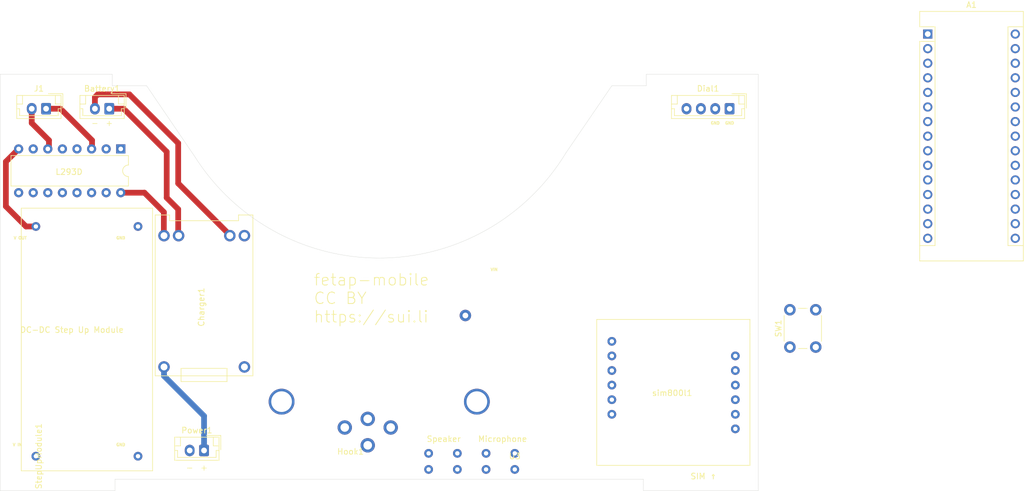
<source format=kicad_pcb>
(kicad_pcb (version 20171130) (host pcbnew "(5.1.10)-1")

  (general
    (thickness 1.6)
    (drawings 36)
    (tracks 30)
    (zones 0)
    (modules 12)
    (nets 43)
  )

  (page A4)
  (layers
    (0 F.Cu signal)
    (31 B.Cu signal)
    (32 B.Adhes user)
    (33 F.Adhes user)
    (34 B.Paste user)
    (35 F.Paste user)
    (36 B.SilkS user)
    (37 F.SilkS user)
    (38 B.Mask user)
    (39 F.Mask user)
    (40 Dwgs.User user hide)
    (41 Cmts.User user)
    (42 Eco1.User user)
    (43 Eco2.User user)
    (44 Edge.Cuts user)
    (45 Margin user)
    (46 B.CrtYd user)
    (47 F.CrtYd user)
    (48 B.Fab user)
    (49 F.Fab user)
  )

  (setup
    (last_trace_width 1)
    (user_trace_width 1)
    (user_trace_width 2)
    (trace_clearance 0.2)
    (zone_clearance 0.508)
    (zone_45_only no)
    (trace_min 0.2)
    (via_size 0.8)
    (via_drill 0.4)
    (via_min_size 0.4)
    (via_min_drill 0.3)
    (uvia_size 0.3)
    (uvia_drill 0.1)
    (uvias_allowed no)
    (uvia_min_size 0.2)
    (uvia_min_drill 0.1)
    (edge_width 0.05)
    (segment_width 0.2)
    (pcb_text_width 0.3)
    (pcb_text_size 1.5 1.5)
    (mod_edge_width 0.12)
    (mod_text_size 1 1)
    (mod_text_width 0.15)
    (pad_size 1.524 1.524)
    (pad_drill 0.762)
    (pad_to_mask_clearance 0)
    (aux_axis_origin 0 0)
    (visible_elements 7FFFFFFF)
    (pcbplotparams
      (layerselection 0x010fc_ffffffff)
      (usegerberextensions false)
      (usegerberattributes true)
      (usegerberadvancedattributes true)
      (creategerberjobfile true)
      (excludeedgelayer true)
      (linewidth 0.100000)
      (plotframeref false)
      (viasonmask false)
      (mode 1)
      (useauxorigin false)
      (hpglpennumber 1)
      (hpglpenspeed 20)
      (hpglpendiameter 15.000000)
      (psnegative false)
      (psa4output false)
      (plotreference true)
      (plotvalue true)
      (plotinvisibletext false)
      (padsonsilk false)
      (subtractmaskfromsilk false)
      (outputformat 1)
      (mirror false)
      (drillshape 0)
      (scaleselection 1)
      (outputdirectory "../pcb-gerber/"))
  )

  (net 0 "")
  (net 1 "Net-(U2-Pad15)")
  (net 2 "Net-(U2-Pad14)")
  (net 3 "Net-(U2-Pad11)")
  (net 4 "Net-(U2-Pad10)")
  (net 5 "Net-(A1-Pad30)")
  (net 6 "Net-(A1-Pad28)")
  (net 7 "Net-(A1-Pad12)")
  (net 8 "Net-(A1-Pad11)")
  (net 9 "Net-(A1-Pad26)")
  (net 10 "Net-(A1-Pad10)")
  (net 11 "Net-(A1-Pad25)")
  (net 12 "Net-(A1-Pad9)")
  (net 13 "Net-(A1-Pad24)")
  (net 14 "Net-(A1-Pad8)")
  (net 15 "Net-(A1-Pad23)")
  (net 16 "Net-(A1-Pad7)")
  (net 17 "Net-(A1-Pad22)")
  (net 18 "Net-(A1-Pad6)")
  (net 19 "Net-(A1-Pad21)")
  (net 20 "Net-(A1-Pad5)")
  (net 21 "Net-(A1-Pad20)")
  (net 22 "Net-(A1-Pad19)")
  (net 23 "Net-(A1-Pad3)")
  (net 24 "Net-(A1-Pad2)")
  (net 25 "Net-(A1-Pad1)")
  (net 26 GND)
  (net 27 +5V)
  (net 28 "Net-(J1-Pad2)")
  (net 29 "Net-(J1-Pad1)")
  (net 30 "Net-(SW1-Pad2)")
  (net 31 "Net-(Battery1-Pad2)")
  (net 32 "Net-(Battery1-Pad1)")
  (net 33 "Net-(Charger1-Pad1)")
  (net 34 "Net-(Hook1-Pad2)")
  (net 35 "Net-(U3-Pad1)")
  (net 36 "Net-(U3-Pad2)")
  (net 37 "Net-(U3-Pad3)")
  (net 38 "Net-(U3-Pad4)")
  (net 39 "Net-(sim800l1-Pad1)")
  (net 40 "Net-(StepUpModule1-Pad3)")
  (net 41 "Net-(U2-Pad1)")
  (net 42 "Net-(sim800l1-Pad5)")

  (net_class Default "This is the default net class."
    (clearance 0.2)
    (trace_width 0.25)
    (via_dia 0.8)
    (via_drill 0.4)
    (uvia_dia 0.3)
    (uvia_drill 0.1)
    (add_net +5V)
    (add_net GND)
    (add_net "Net-(A1-Pad1)")
    (add_net "Net-(A1-Pad10)")
    (add_net "Net-(A1-Pad11)")
    (add_net "Net-(A1-Pad12)")
    (add_net "Net-(A1-Pad19)")
    (add_net "Net-(A1-Pad2)")
    (add_net "Net-(A1-Pad20)")
    (add_net "Net-(A1-Pad21)")
    (add_net "Net-(A1-Pad22)")
    (add_net "Net-(A1-Pad23)")
    (add_net "Net-(A1-Pad24)")
    (add_net "Net-(A1-Pad25)")
    (add_net "Net-(A1-Pad26)")
    (add_net "Net-(A1-Pad28)")
    (add_net "Net-(A1-Pad3)")
    (add_net "Net-(A1-Pad30)")
    (add_net "Net-(A1-Pad5)")
    (add_net "Net-(A1-Pad6)")
    (add_net "Net-(A1-Pad7)")
    (add_net "Net-(A1-Pad8)")
    (add_net "Net-(A1-Pad9)")
    (add_net "Net-(Battery1-Pad1)")
    (add_net "Net-(Battery1-Pad2)")
    (add_net "Net-(Charger1-Pad1)")
    (add_net "Net-(Hook1-Pad2)")
    (add_net "Net-(J1-Pad1)")
    (add_net "Net-(J1-Pad2)")
    (add_net "Net-(SW1-Pad2)")
    (add_net "Net-(StepUpModule1-Pad3)")
    (add_net "Net-(U2-Pad1)")
    (add_net "Net-(U2-Pad10)")
    (add_net "Net-(U2-Pad11)")
    (add_net "Net-(U2-Pad14)")
    (add_net "Net-(U2-Pad15)")
    (add_net "Net-(U3-Pad1)")
    (add_net "Net-(U3-Pad2)")
    (add_net "Net-(U3-Pad3)")
    (add_net "Net-(U3-Pad4)")
    (add_net "Net-(sim800l1-Pad1)")
    (add_net "Net-(sim800l1-Pad5)")
  )

  (module Module:Arduino_Nano (layer F.Cu) (tedit 58ACAF70) (tstamp 60B1D1A8)
    (at 181.5 33)
    (descr "Arduino Nano, http://www.mouser.com/pdfdocs/Gravitech_Arduino_Nano3_0.pdf")
    (tags "Arduino Nano")
    (path /60B294D4)
    (fp_text reference A1 (at 7.62 -5.08) (layer F.SilkS)
      (effects (font (size 1 1) (thickness 0.15)))
    )
    (fp_text value Arduino_Pro (at 8.89 19.05 90) (layer F.Fab)
      (effects (font (size 1 1) (thickness 0.15)))
    )
    (fp_text user %R (at 6.35 19.05 90) (layer F.Fab)
      (effects (font (size 1 1) (thickness 0.15)))
    )
    (fp_line (start 1.27 1.27) (end 1.27 -1.27) (layer F.SilkS) (width 0.12))
    (fp_line (start 1.27 -1.27) (end -1.4 -1.27) (layer F.SilkS) (width 0.12))
    (fp_line (start -1.4 1.27) (end -1.4 39.5) (layer F.SilkS) (width 0.12))
    (fp_line (start -1.4 -3.94) (end -1.4 -1.27) (layer F.SilkS) (width 0.12))
    (fp_line (start 13.97 -1.27) (end 16.64 -1.27) (layer F.SilkS) (width 0.12))
    (fp_line (start 13.97 -1.27) (end 13.97 36.83) (layer F.SilkS) (width 0.12))
    (fp_line (start 13.97 36.83) (end 16.64 36.83) (layer F.SilkS) (width 0.12))
    (fp_line (start 1.27 1.27) (end -1.4 1.27) (layer F.SilkS) (width 0.12))
    (fp_line (start 1.27 1.27) (end 1.27 36.83) (layer F.SilkS) (width 0.12))
    (fp_line (start 1.27 36.83) (end -1.4 36.83) (layer F.SilkS) (width 0.12))
    (fp_line (start 3.81 31.75) (end 11.43 31.75) (layer F.Fab) (width 0.1))
    (fp_line (start 11.43 31.75) (end 11.43 41.91) (layer F.Fab) (width 0.1))
    (fp_line (start 11.43 41.91) (end 3.81 41.91) (layer F.Fab) (width 0.1))
    (fp_line (start 3.81 41.91) (end 3.81 31.75) (layer F.Fab) (width 0.1))
    (fp_line (start -1.4 39.5) (end 16.64 39.5) (layer F.SilkS) (width 0.12))
    (fp_line (start 16.64 39.5) (end 16.64 -3.94) (layer F.SilkS) (width 0.12))
    (fp_line (start 16.64 -3.94) (end -1.4 -3.94) (layer F.SilkS) (width 0.12))
    (fp_line (start 16.51 39.37) (end -1.27 39.37) (layer F.Fab) (width 0.1))
    (fp_line (start -1.27 39.37) (end -1.27 -2.54) (layer F.Fab) (width 0.1))
    (fp_line (start -1.27 -2.54) (end 0 -3.81) (layer F.Fab) (width 0.1))
    (fp_line (start 0 -3.81) (end 16.51 -3.81) (layer F.Fab) (width 0.1))
    (fp_line (start 16.51 -3.81) (end 16.51 39.37) (layer F.Fab) (width 0.1))
    (fp_line (start -1.53 -4.06) (end 16.75 -4.06) (layer F.CrtYd) (width 0.05))
    (fp_line (start -1.53 -4.06) (end -1.53 42.16) (layer F.CrtYd) (width 0.05))
    (fp_line (start 16.75 42.16) (end 16.75 -4.06) (layer F.CrtYd) (width 0.05))
    (fp_line (start 16.75 42.16) (end -1.53 42.16) (layer F.CrtYd) (width 0.05))
    (pad 16 thru_hole oval (at 15.24 35.56) (size 1.6 1.6) (drill 1) (layers *.Cu *.Mask))
    (pad 15 thru_hole oval (at 0 35.56) (size 1.6 1.6) (drill 1) (layers *.Cu *.Mask))
    (pad 30 thru_hole oval (at 15.24 0) (size 1.6 1.6) (drill 1) (layers *.Cu *.Mask)
      (net 5 "Net-(A1-Pad30)"))
    (pad 14 thru_hole oval (at 0 33.02) (size 1.6 1.6) (drill 1) (layers *.Cu *.Mask))
    (pad 29 thru_hole oval (at 15.24 2.54) (size 1.6 1.6) (drill 1) (layers *.Cu *.Mask)
      (net 26 GND))
    (pad 13 thru_hole oval (at 0 30.48) (size 1.6 1.6) (drill 1) (layers *.Cu *.Mask))
    (pad 28 thru_hole oval (at 15.24 5.08) (size 1.6 1.6) (drill 1) (layers *.Cu *.Mask)
      (net 6 "Net-(A1-Pad28)"))
    (pad 12 thru_hole oval (at 0 27.94) (size 1.6 1.6) (drill 1) (layers *.Cu *.Mask)
      (net 7 "Net-(A1-Pad12)"))
    (pad 27 thru_hole oval (at 15.24 7.62) (size 1.6 1.6) (drill 1) (layers *.Cu *.Mask)
      (net 27 +5V))
    (pad 11 thru_hole oval (at 0 25.4) (size 1.6 1.6) (drill 1) (layers *.Cu *.Mask)
      (net 8 "Net-(A1-Pad11)"))
    (pad 26 thru_hole oval (at 15.24 10.16) (size 1.6 1.6) (drill 1) (layers *.Cu *.Mask)
      (net 9 "Net-(A1-Pad26)"))
    (pad 10 thru_hole oval (at 0 22.86) (size 1.6 1.6) (drill 1) (layers *.Cu *.Mask)
      (net 10 "Net-(A1-Pad10)"))
    (pad 25 thru_hole oval (at 15.24 12.7) (size 1.6 1.6) (drill 1) (layers *.Cu *.Mask)
      (net 11 "Net-(A1-Pad25)"))
    (pad 9 thru_hole oval (at 0 20.32) (size 1.6 1.6) (drill 1) (layers *.Cu *.Mask)
      (net 12 "Net-(A1-Pad9)"))
    (pad 24 thru_hole oval (at 15.24 15.24) (size 1.6 1.6) (drill 1) (layers *.Cu *.Mask)
      (net 13 "Net-(A1-Pad24)"))
    (pad 8 thru_hole oval (at 0 17.78) (size 1.6 1.6) (drill 1) (layers *.Cu *.Mask)
      (net 14 "Net-(A1-Pad8)"))
    (pad 23 thru_hole oval (at 15.24 17.78) (size 1.6 1.6) (drill 1) (layers *.Cu *.Mask)
      (net 15 "Net-(A1-Pad23)"))
    (pad 7 thru_hole oval (at 0 15.24) (size 1.6 1.6) (drill 1) (layers *.Cu *.Mask)
      (net 16 "Net-(A1-Pad7)"))
    (pad 22 thru_hole oval (at 15.24 20.32) (size 1.6 1.6) (drill 1) (layers *.Cu *.Mask)
      (net 17 "Net-(A1-Pad22)"))
    (pad 6 thru_hole oval (at 0 12.7) (size 1.6 1.6) (drill 1) (layers *.Cu *.Mask)
      (net 18 "Net-(A1-Pad6)"))
    (pad 21 thru_hole oval (at 15.24 22.86) (size 1.6 1.6) (drill 1) (layers *.Cu *.Mask)
      (net 19 "Net-(A1-Pad21)"))
    (pad 5 thru_hole oval (at 0 10.16) (size 1.6 1.6) (drill 1) (layers *.Cu *.Mask)
      (net 20 "Net-(A1-Pad5)"))
    (pad 20 thru_hole oval (at 15.24 25.4) (size 1.6 1.6) (drill 1) (layers *.Cu *.Mask)
      (net 21 "Net-(A1-Pad20)"))
    (pad 4 thru_hole oval (at 0 7.62) (size 1.6 1.6) (drill 1) (layers *.Cu *.Mask)
      (net 26 GND))
    (pad 19 thru_hole oval (at 15.24 27.94) (size 1.6 1.6) (drill 1) (layers *.Cu *.Mask)
      (net 22 "Net-(A1-Pad19)"))
    (pad 3 thru_hole oval (at 0 5.08) (size 1.6 1.6) (drill 1) (layers *.Cu *.Mask)
      (net 23 "Net-(A1-Pad3)"))
    (pad 18 thru_hole oval (at 15.24 30.48) (size 1.6 1.6) (drill 1) (layers *.Cu *.Mask))
    (pad 2 thru_hole oval (at 0 2.54) (size 1.6 1.6) (drill 1) (layers *.Cu *.Mask)
      (net 24 "Net-(A1-Pad2)"))
    (pad 17 thru_hole oval (at 15.24 33.02) (size 1.6 1.6) (drill 1) (layers *.Cu *.Mask))
    (pad 1 thru_hole rect (at 0 0) (size 1.6 1.6) (drill 1) (layers *.Cu *.Mask)
      (net 25 "Net-(A1-Pad1)"))
    (model ${KISYS3DMOD}/Module.3dshapes/Arduino_Nano_WithMountingHoles.wrl
      (at (xyz 0 0 0))
      (scale (xyz 1 1 1))
      (rotate (xyz 0 0 0))
    )
  )

  (module suat:cradleswitch (layer F.Cu) (tedit 60B16C14) (tstamp 609DA9ED)
    (at 84 104.7)
    (path /609E49A5)
    (fp_text reference Hook1 (at -3 1) (layer F.SilkS)
      (effects (font (size 1 1) (thickness 0.15)))
    )
    (fp_text value "hook switch" (at 0.5 2) (layer F.Fab)
      (effects (font (size 1 1) (thickness 0.15)))
    )
    (pad 4 thru_hole circle (at -4 -3.2) (size 2.5 2.5) (drill 1.5) (layers *.Cu *.Mask))
    (pad 3 thru_hole circle (at 0 -4.7) (size 2.5 2.5) (drill 1.5) (layers *.Cu *.Mask)
      (net 13 "Net-(A1-Pad24)"))
    (pad 2 thru_hole circle (at 4 -3.2) (size 2.5 2.5) (drill 1.5) (layers *.Cu *.Mask)
      (net 34 "Net-(Hook1-Pad2)"))
    (pad 1 thru_hole circle (at 0 -0.1) (size 2.5 2.5) (drill 1.5) (layers *.Cu *.Mask)
      (net 15 "Net-(A1-Pad23)"))
  )

  (module suat:suat (layer F.Cu) (tedit 609D544F) (tstamp 609DB2FC)
    (at 109.6 106)
    (path /609DDBC5)
    (fp_text reference U3 (at 0 0.5) (layer F.SilkS)
      (effects (font (size 1 1) (thickness 0.15)))
    )
    (fp_text value hoerer (at -6.6 -2.5) (layer F.Fab)
      (effects (font (size 1 1) (thickness 0.15)))
    )
    (fp_text user 1 (at 0 5) (layer Dwgs.User)
      (effects (font (size 1 1) (thickness 0.15)))
    )
    (fp_text user 2 (at -5 5) (layer Dwgs.User)
      (effects (font (size 1 1) (thickness 0.15)))
    )
    (fp_text user 3 (at -10 5) (layer Dwgs.User)
      (effects (font (size 1 1) (thickness 0.15)))
    )
    (fp_text user 4 (at -15 5) (layer Dwgs.User)
      (effects (font (size 1 1) (thickness 0.15)))
    )
    (pad 1 thru_hole circle (at 0 0) (size 1.524 1.524) (drill 0.762) (layers *.Cu *.Mask)
      (net 35 "Net-(U3-Pad1)"))
    (pad 2 thru_hole circle (at -5 0) (size 1.524 1.524) (drill 0.762) (layers *.Cu *.Mask)
      (net 36 "Net-(U3-Pad2)"))
    (pad 3 thru_hole circle (at -10 0) (size 1.524 1.524) (drill 0.762) (layers *.Cu *.Mask)
      (net 37 "Net-(U3-Pad3)"))
    (pad 4 thru_hole circle (at -15 0) (size 1.524 1.524) (drill 0.762) (layers *.Cu *.Mask)
      (net 38 "Net-(U3-Pad4)"))
    (pad 5 thru_hole circle (at 0 2.8) (size 1.524 1.524) (drill 0.762) (layers *.Cu *.Mask))
    (pad 6 thru_hole circle (at -5 2.8) (size 1.524 1.524) (drill 0.762) (layers *.Cu *.Mask))
    (pad 7 thru_hole circle (at -10 2.8) (size 1.524 1.524) (drill 0.762) (layers *.Cu *.Mask))
    (pad 8 thru_hole circle (at -15 2.8) (size 1.524 1.524) (drill 0.762) (layers *.Cu *.Mask))
  )

  (module suat:stepup (layer F.Cu) (tedit 609D5E1E) (tstamp 609DFE75)
    (at 44 106.5 90)
    (path /609F086B)
    (fp_text reference StepUpModule1 (at 0 -17.28 90) (layer F.SilkS)
      (effects (font (size 1 1) (thickness 0.15)))
    )
    (fp_text value stepup (at 0 -18.28 90) (layer F.Fab)
      (effects (font (size 1 1) (thickness 0.15)))
    )
    (fp_line (start -2.54 2.54) (end -2.54 -20.32) (layer F.SilkS) (width 0.12))
    (fp_line (start -2.54 -20.32) (end 43.18 -20.32) (layer F.SilkS) (width 0.12))
    (fp_line (start 43.18 -20.32) (end 43.18 2.54) (layer F.SilkS) (width 0.12))
    (fp_line (start 43.18 2.54) (end -2.54 2.54) (layer F.SilkS) (width 0.12))
    (pad 4 thru_hole circle (at 40 0 90) (size 1.524 1.524) (drill 0.762) (layers *.Cu *.Mask)
      (net 26 GND))
    (pad 3 thru_hole circle (at 40 -17.78 90) (size 1.524 1.524) (drill 0.762) (layers *.Cu *.Mask)
      (net 40 "Net-(StepUpModule1-Pad3)"))
    (pad 2 thru_hole circle (at 0 0 90) (size 1.524 1.524) (drill 0.762) (layers *.Cu *.Mask)
      (net 26 GND))
    (pad 1 thru_hole circle (at 0 -17.78 90) (size 1.524 1.524) (drill 0.762) (layers *.Cu *.Mask)
      (net 27 +5V))
  )

  (module Button_Switch_THT:SW_PUSH_6mm (layer F.Cu) (tedit 5A02FE31) (tstamp 609E537D)
    (at 157.5 87.5 90)
    (descr https://www.omron.com/ecb/products/pdf/en-b3f.pdf)
    (tags "tact sw push 6mm")
    (path /60A6FA41)
    (fp_text reference SW1 (at 3.25 -2 90) (layer F.SilkS)
      (effects (font (size 1 1) (thickness 0.15)))
    )
    (fp_text value SW_Push (at 3.75 6.7 90) (layer F.Fab)
      (effects (font (size 1 1) (thickness 0.15)))
    )
    (fp_circle (center 3.25 2.25) (end 1.25 2.5) (layer F.Fab) (width 0.1))
    (fp_line (start 6.75 3) (end 6.75 1.5) (layer F.SilkS) (width 0.12))
    (fp_line (start 5.5 -1) (end 1 -1) (layer F.SilkS) (width 0.12))
    (fp_line (start -0.25 1.5) (end -0.25 3) (layer F.SilkS) (width 0.12))
    (fp_line (start 1 5.5) (end 5.5 5.5) (layer F.SilkS) (width 0.12))
    (fp_line (start 8 -1.25) (end 8 5.75) (layer F.CrtYd) (width 0.05))
    (fp_line (start 7.75 6) (end -1.25 6) (layer F.CrtYd) (width 0.05))
    (fp_line (start -1.5 5.75) (end -1.5 -1.25) (layer F.CrtYd) (width 0.05))
    (fp_line (start -1.25 -1.5) (end 7.75 -1.5) (layer F.CrtYd) (width 0.05))
    (fp_line (start -1.5 6) (end -1.25 6) (layer F.CrtYd) (width 0.05))
    (fp_line (start -1.5 5.75) (end -1.5 6) (layer F.CrtYd) (width 0.05))
    (fp_line (start -1.5 -1.5) (end -1.25 -1.5) (layer F.CrtYd) (width 0.05))
    (fp_line (start -1.5 -1.25) (end -1.5 -1.5) (layer F.CrtYd) (width 0.05))
    (fp_line (start 8 -1.5) (end 8 -1.25) (layer F.CrtYd) (width 0.05))
    (fp_line (start 7.75 -1.5) (end 8 -1.5) (layer F.CrtYd) (width 0.05))
    (fp_line (start 8 6) (end 8 5.75) (layer F.CrtYd) (width 0.05))
    (fp_line (start 7.75 6) (end 8 6) (layer F.CrtYd) (width 0.05))
    (fp_line (start 0.25 -0.75) (end 3.25 -0.75) (layer F.Fab) (width 0.1))
    (fp_line (start 0.25 5.25) (end 0.25 -0.75) (layer F.Fab) (width 0.1))
    (fp_line (start 6.25 5.25) (end 0.25 5.25) (layer F.Fab) (width 0.1))
    (fp_line (start 6.25 -0.75) (end 6.25 5.25) (layer F.Fab) (width 0.1))
    (fp_line (start 3.25 -0.75) (end 6.25 -0.75) (layer F.Fab) (width 0.1))
    (fp_text user %R (at 3.25 2.25 90) (layer F.Fab)
      (effects (font (size 1 1) (thickness 0.15)))
    )
    (pad 1 thru_hole circle (at 6.5 0 180) (size 2 2) (drill 1.1) (layers *.Cu *.Mask)
      (net 26 GND))
    (pad 2 thru_hole circle (at 6.5 4.5 180) (size 2 2) (drill 1.1) (layers *.Cu *.Mask)
      (net 30 "Net-(SW1-Pad2)"))
    (pad 1 thru_hole circle (at 0 0 180) (size 2 2) (drill 1.1) (layers *.Cu *.Mask)
      (net 26 GND))
    (pad 2 thru_hole circle (at 0 4.5 180) (size 2 2) (drill 1.1) (layers *.Cu *.Mask)
      (net 30 "Net-(SW1-Pad2)"))
    (model ${KISYS3DMOD}/Button_Switch_THT.3dshapes/SW_PUSH_6mm.wrl
      (at (xyz 0 0 0))
      (scale (xyz 1 1 1))
      (rotate (xyz 0 0 0))
    )
  )

  (module Connector_JST:JST_EH_B4B-EH-A_1x04_P2.50mm_Vertical (layer F.Cu) (tedit 5C28142C) (tstamp 60B1C465)
    (at 147 46 180)
    (descr "JST EH series connector, B4B-EH-A (http://www.jst-mfg.com/product/pdf/eng/eEH.pdf), generated with kicad-footprint-generator")
    (tags "connector JST EH vertical")
    (path /60ADA9B0)
    (fp_text reference Dial1 (at 3.75 3.5) (layer F.SilkS)
      (effects (font (size 1 1) (thickness 0.15)))
    )
    (fp_text value Dial (at 3.75 3.4) (layer F.Fab)
      (effects (font (size 1 1) (thickness 0.15)))
    )
    (fp_line (start -2.5 -1.6) (end -2.5 2.2) (layer F.Fab) (width 0.1))
    (fp_line (start -2.5 2.2) (end 10 2.2) (layer F.Fab) (width 0.1))
    (fp_line (start 10 2.2) (end 10 -1.6) (layer F.Fab) (width 0.1))
    (fp_line (start 10 -1.6) (end -2.5 -1.6) (layer F.Fab) (width 0.1))
    (fp_line (start -3 -2.1) (end -3 2.7) (layer F.CrtYd) (width 0.05))
    (fp_line (start -3 2.7) (end 10.5 2.7) (layer F.CrtYd) (width 0.05))
    (fp_line (start 10.5 2.7) (end 10.5 -2.1) (layer F.CrtYd) (width 0.05))
    (fp_line (start 10.5 -2.1) (end -3 -2.1) (layer F.CrtYd) (width 0.05))
    (fp_line (start -2.61 -1.71) (end -2.61 2.31) (layer F.SilkS) (width 0.12))
    (fp_line (start -2.61 2.31) (end 10.11 2.31) (layer F.SilkS) (width 0.12))
    (fp_line (start 10.11 2.31) (end 10.11 -1.71) (layer F.SilkS) (width 0.12))
    (fp_line (start 10.11 -1.71) (end -2.61 -1.71) (layer F.SilkS) (width 0.12))
    (fp_line (start -2.61 0) (end -2.11 0) (layer F.SilkS) (width 0.12))
    (fp_line (start -2.11 0) (end -2.11 -1.21) (layer F.SilkS) (width 0.12))
    (fp_line (start -2.11 -1.21) (end 9.61 -1.21) (layer F.SilkS) (width 0.12))
    (fp_line (start 9.61 -1.21) (end 9.61 0) (layer F.SilkS) (width 0.12))
    (fp_line (start 9.61 0) (end 10.11 0) (layer F.SilkS) (width 0.12))
    (fp_line (start -2.61 0.81) (end -1.61 0.81) (layer F.SilkS) (width 0.12))
    (fp_line (start -1.61 0.81) (end -1.61 2.31) (layer F.SilkS) (width 0.12))
    (fp_line (start 10.11 0.81) (end 9.11 0.81) (layer F.SilkS) (width 0.12))
    (fp_line (start 9.11 0.81) (end 9.11 2.31) (layer F.SilkS) (width 0.12))
    (fp_line (start -2.91 0.11) (end -2.91 2.61) (layer F.SilkS) (width 0.12))
    (fp_line (start -2.91 2.61) (end -0.41 2.61) (layer F.SilkS) (width 0.12))
    (fp_line (start -2.91 0.11) (end -2.91 2.61) (layer F.Fab) (width 0.1))
    (fp_line (start -2.91 2.61) (end -0.41 2.61) (layer F.Fab) (width 0.1))
    (fp_text user %R (at 3.75 1.5) (layer F.Fab)
      (effects (font (size 1 1) (thickness 0.15)))
    )
    (pad 4 thru_hole oval (at 7.5 0 180) (size 1.7 1.95) (drill 0.95) (layers *.Cu *.Mask)
      (net 18 "Net-(A1-Pad6)"))
    (pad 3 thru_hole oval (at 5 0 180) (size 1.7 1.95) (drill 0.95) (layers *.Cu *.Mask)
      (net 16 "Net-(A1-Pad7)"))
    (pad 2 thru_hole oval (at 2.5 0 180) (size 1.7 1.95) (drill 0.95) (layers *.Cu *.Mask)
      (net 26 GND))
    (pad 1 thru_hole roundrect (at 0 0 180) (size 1.7 1.95) (drill 0.95) (layers *.Cu *.Mask) (roundrect_rratio 0.1470588235294118)
      (net 26 GND))
    (model ${KISYS3DMOD}/Connector_JST.3dshapes/JST_EH_B4B-EH-A_1x04_P2.50mm_Vertical.wrl
      (at (xyz 0 0 0))
      (scale (xyz 1 1 1))
      (rotate (xyz 0 0 0))
    )
  )

  (module Package_DIP:DIP-16_W7.62mm (layer F.Cu) (tedit 5A02E8C5) (tstamp 609DE007)
    (at 41 53 270)
    (descr "16-lead though-hole mounted DIP package, row spacing 7.62 mm (300 mils)")
    (tags "THT DIP DIL PDIP 2.54mm 7.62mm 300mil")
    (path /609D5138)
    (fp_text reference U2 (at 3.81 -2.33 90) (layer F.SilkS) hide
      (effects (font (size 1 1) (thickness 0.15)))
    )
    (fp_text value L293D (at 3.81 20.11 90) (layer F.Fab)
      (effects (font (size 1 1) (thickness 0.15)))
    )
    (fp_line (start 1.635 -1.27) (end 6.985 -1.27) (layer F.Fab) (width 0.1))
    (fp_line (start 6.985 -1.27) (end 6.985 19.05) (layer F.Fab) (width 0.1))
    (fp_line (start 6.985 19.05) (end 0.635 19.05) (layer F.Fab) (width 0.1))
    (fp_line (start 0.635 19.05) (end 0.635 -0.27) (layer F.Fab) (width 0.1))
    (fp_line (start 0.635 -0.27) (end 1.635 -1.27) (layer F.Fab) (width 0.1))
    (fp_line (start 2.81 -1.33) (end 1.16 -1.33) (layer F.SilkS) (width 0.12))
    (fp_line (start 1.16 -1.33) (end 1.16 19.11) (layer F.SilkS) (width 0.12))
    (fp_line (start 1.16 19.11) (end 6.46 19.11) (layer F.SilkS) (width 0.12))
    (fp_line (start 6.46 19.11) (end 6.46 -1.33) (layer F.SilkS) (width 0.12))
    (fp_line (start 6.46 -1.33) (end 4.81 -1.33) (layer F.SilkS) (width 0.12))
    (fp_line (start -1.1 -1.55) (end -1.1 19.3) (layer F.CrtYd) (width 0.05))
    (fp_line (start -1.1 19.3) (end 8.7 19.3) (layer F.CrtYd) (width 0.05))
    (fp_line (start 8.7 19.3) (end 8.7 -1.55) (layer F.CrtYd) (width 0.05))
    (fp_line (start 8.7 -1.55) (end -1.1 -1.55) (layer F.CrtYd) (width 0.05))
    (fp_text user %R (at 3.81 8.89 90) (layer F.Fab)
      (effects (font (size 1 1) (thickness 0.15)))
    )
    (fp_arc (start 3.81 -1.33) (end 2.81 -1.33) (angle -180) (layer F.SilkS) (width 0.12))
    (pad 16 thru_hole oval (at 7.62 0 270) (size 1.6 1.6) (drill 0.8) (layers *.Cu *.Mask)
      (net 27 +5V))
    (pad 8 thru_hole oval (at 0 17.78 270) (size 1.6 1.6) (drill 0.8) (layers *.Cu *.Mask)
      (net 40 "Net-(StepUpModule1-Pad3)"))
    (pad 15 thru_hole oval (at 7.62 2.54 270) (size 1.6 1.6) (drill 0.8) (layers *.Cu *.Mask)
      (net 1 "Net-(U2-Pad15)"))
    (pad 7 thru_hole oval (at 0 15.24 270) (size 1.6 1.6) (drill 0.8) (layers *.Cu *.Mask)
      (net 11 "Net-(A1-Pad25)"))
    (pad 14 thru_hole oval (at 7.62 5.08 270) (size 1.6 1.6) (drill 0.8) (layers *.Cu *.Mask)
      (net 2 "Net-(U2-Pad14)"))
    (pad 6 thru_hole oval (at 0 12.7 270) (size 1.6 1.6) (drill 0.8) (layers *.Cu *.Mask)
      (net 28 "Net-(J1-Pad2)"))
    (pad 13 thru_hole oval (at 7.62 7.62 270) (size 1.6 1.6) (drill 0.8) (layers *.Cu *.Mask)
      (net 26 GND))
    (pad 5 thru_hole oval (at 0 10.16 270) (size 1.6 1.6) (drill 0.8) (layers *.Cu *.Mask)
      (net 26 GND))
    (pad 12 thru_hole oval (at 7.62 10.16 270) (size 1.6 1.6) (drill 0.8) (layers *.Cu *.Mask)
      (net 26 GND))
    (pad 4 thru_hole oval (at 0 7.62 270) (size 1.6 1.6) (drill 0.8) (layers *.Cu *.Mask)
      (net 26 GND))
    (pad 11 thru_hole oval (at 7.62 12.7 270) (size 1.6 1.6) (drill 0.8) (layers *.Cu *.Mask)
      (net 3 "Net-(U2-Pad11)"))
    (pad 3 thru_hole oval (at 0 5.08 270) (size 1.6 1.6) (drill 0.8) (layers *.Cu *.Mask)
      (net 29 "Net-(J1-Pad1)"))
    (pad 10 thru_hole oval (at 7.62 15.24 270) (size 1.6 1.6) (drill 0.8) (layers *.Cu *.Mask)
      (net 4 "Net-(U2-Pad10)"))
    (pad 2 thru_hole oval (at 0 2.54 270) (size 1.6 1.6) (drill 0.8) (layers *.Cu *.Mask)
      (net 9 "Net-(A1-Pad26)"))
    (pad 9 thru_hole oval (at 7.62 17.78 270) (size 1.6 1.6) (drill 0.8) (layers *.Cu *.Mask)
      (net 26 GND))
    (pad 1 thru_hole rect (at 0 0 270) (size 1.6 1.6) (drill 0.8) (layers *.Cu *.Mask)
      (net 41 "Net-(U2-Pad1)"))
    (model ${KISYS3DMOD}/Package_DIP.3dshapes/DIP-16_W7.62mm.wrl
      (at (xyz 0 0 0))
      (scale (xyz 1 1 1))
      (rotate (xyz 0 0 0))
    )
  )

  (module Connector_JST:JST_EH_B2B-EH-A_1x02_P2.50mm_Vertical (layer F.Cu) (tedit 5C28142C) (tstamp 609E0875)
    (at 55.5 105.5 180)
    (descr "JST EH series connector, B2B-EH-A (http://www.jst-mfg.com/product/pdf/eng/eEH.pdf), generated with kicad-footprint-generator")
    (tags "connector JST EH vertical")
    (path /60A3B25D)
    (fp_text reference Power1 (at 1.25 3.5) (layer F.SilkS)
      (effects (font (size 1 1) (thickness 0.15)))
    )
    (fp_text value VIN (at 1.25 3.4) (layer F.Fab)
      (effects (font (size 1 1) (thickness 0.15)))
    )
    (fp_line (start -2.5 -1.6) (end -2.5 2.2) (layer F.Fab) (width 0.1))
    (fp_line (start -2.5 2.2) (end 5 2.2) (layer F.Fab) (width 0.1))
    (fp_line (start 5 2.2) (end 5 -1.6) (layer F.Fab) (width 0.1))
    (fp_line (start 5 -1.6) (end -2.5 -1.6) (layer F.Fab) (width 0.1))
    (fp_line (start -3 -2.1) (end -3 2.7) (layer F.CrtYd) (width 0.05))
    (fp_line (start -3 2.7) (end 5.5 2.7) (layer F.CrtYd) (width 0.05))
    (fp_line (start 5.5 2.7) (end 5.5 -2.1) (layer F.CrtYd) (width 0.05))
    (fp_line (start 5.5 -2.1) (end -3 -2.1) (layer F.CrtYd) (width 0.05))
    (fp_line (start -2.61 -1.71) (end -2.61 2.31) (layer F.SilkS) (width 0.12))
    (fp_line (start -2.61 2.31) (end 5.11 2.31) (layer F.SilkS) (width 0.12))
    (fp_line (start 5.11 2.31) (end 5.11 -1.71) (layer F.SilkS) (width 0.12))
    (fp_line (start 5.11 -1.71) (end -2.61 -1.71) (layer F.SilkS) (width 0.12))
    (fp_line (start -2.61 0) (end -2.11 0) (layer F.SilkS) (width 0.12))
    (fp_line (start -2.11 0) (end -2.11 -1.21) (layer F.SilkS) (width 0.12))
    (fp_line (start -2.11 -1.21) (end 4.61 -1.21) (layer F.SilkS) (width 0.12))
    (fp_line (start 4.61 -1.21) (end 4.61 0) (layer F.SilkS) (width 0.12))
    (fp_line (start 4.61 0) (end 5.11 0) (layer F.SilkS) (width 0.12))
    (fp_line (start -2.61 0.81) (end -1.61 0.81) (layer F.SilkS) (width 0.12))
    (fp_line (start -1.61 0.81) (end -1.61 2.31) (layer F.SilkS) (width 0.12))
    (fp_line (start 5.11 0.81) (end 4.11 0.81) (layer F.SilkS) (width 0.12))
    (fp_line (start 4.11 0.81) (end 4.11 2.31) (layer F.SilkS) (width 0.12))
    (fp_line (start -2.91 0.11) (end -2.91 2.61) (layer F.SilkS) (width 0.12))
    (fp_line (start -2.91 2.61) (end -0.41 2.61) (layer F.SilkS) (width 0.12))
    (fp_line (start -2.91 0.11) (end -2.91 2.61) (layer F.Fab) (width 0.1))
    (fp_line (start -2.91 2.61) (end -0.41 2.61) (layer F.Fab) (width 0.1))
    (fp_text user %R (at 1.25 1.5) (layer F.Fab)
      (effects (font (size 1 1) (thickness 0.15)))
    )
    (pad 2 thru_hole oval (at 2.5 0 180) (size 1.7 2) (drill 1) (layers *.Cu *.Mask)
      (net 26 GND))
    (pad 1 thru_hole roundrect (at 0 0 180) (size 1.7 2) (drill 1) (layers *.Cu *.Mask) (roundrect_rratio 0.1470588235294118)
      (net 33 "Net-(Charger1-Pad1)"))
    (model ${KISYS3DMOD}/Connector_JST.3dshapes/JST_EH_B2B-EH-A_1x02_P2.50mm_Vertical.wrl
      (at (xyz 0 0 0))
      (scale (xyz 1 1 1))
      (rotate (xyz 0 0 0))
    )
  )

  (module suat:sim800l (layer F.Cu) (tedit 609D6CED) (tstamp 609D9D0B)
    (at 148 86.5 180)
    (path /609DABFA)
    (fp_text reference sim800l1 (at 11 -9) (layer F.SilkS)
      (effects (font (size 1 1) (thickness 0.15)))
    )
    (fp_text value sim800l (at 0 -0.5) (layer F.Fab)
      (effects (font (size 1 1) (thickness 0.15)))
    )
    (fp_line (start -2.54 1.27) (end -2.54 -21.59) (layer F.SilkS) (width 0.12))
    (fp_line (start -2.54 -21.59) (end 24.13 -21.59) (layer F.SilkS) (width 0.12))
    (fp_line (start 24.13 -21.59) (end 24.13 3.81) (layer F.SilkS) (width 0.12))
    (fp_line (start 24.13 3.81) (end -2.54 3.81) (layer F.SilkS) (width 0.12))
    (fp_line (start -2.54 1.27) (end -2.54 3.81) (layer F.SilkS) (width 0.12))
    (pad 12 thru_hole circle (at 21.5 -12.7 180) (size 1.524 1.524) (drill 0.762) (layers *.Cu *.Mask)
      (net 10 "Net-(A1-Pad10)"))
    (pad 11 thru_hole circle (at 21.5 -10.16 180) (size 1.524 1.524) (drill 0.762) (layers *.Cu *.Mask)
      (net 12 "Net-(A1-Pad9)"))
    (pad 10 thru_hole circle (at 21.5 -7.62 180) (size 1.524 1.524) (drill 0.762) (layers *.Cu *.Mask)
      (net 35 "Net-(U3-Pad1)"))
    (pad 9 thru_hole circle (at 21.5 -5.08 180) (size 1.524 1.524) (drill 0.762) (layers *.Cu *.Mask)
      (net 36 "Net-(U3-Pad2)"))
    (pad 8 thru_hole circle (at 21.5 -2.54 180) (size 1.524 1.524) (drill 0.762) (layers *.Cu *.Mask)
      (net 37 "Net-(U3-Pad3)"))
    (pad 7 thru_hole circle (at 21.5 0 180) (size 1.524 1.524) (drill 0.762) (layers *.Cu *.Mask)
      (net 38 "Net-(U3-Pad4)"))
    (pad 6 thru_hole circle (at 0 -2.54 180) (size 1.524 1.524) (drill 0.762) (layers *.Cu *.Mask)
      (net 26 GND))
    (pad 5 thru_hole circle (at 0 -5.08 180) (size 1.524 1.524) (drill 0.762) (layers *.Cu *.Mask)
      (net 42 "Net-(sim800l1-Pad5)"))
    (pad 4 thru_hole circle (at 0 -7.62 180) (size 1.524 1.524) (drill 0.762) (layers *.Cu *.Mask)
      (net 7 "Net-(A1-Pad12)"))
    (pad 3 thru_hole circle (at 0 -10.16 180) (size 1.524 1.524) (drill 0.762) (layers *.Cu *.Mask)
      (net 30 "Net-(SW1-Pad2)"))
    (pad 2 thru_hole circle (at 0 -12.7 180) (size 1.524 1.524) (drill 0.762) (layers *.Cu *.Mask)
      (net 27 +5V))
    (pad 1 thru_hole circle (at 0 -15.24 180) (size 1.524 1.524) (drill 0.762) (layers *.Cu *.Mask)
      (net 39 "Net-(sim800l1-Pad1)"))
  )

  (module Connector_JST:JST_EH_B2B-EH-A_1x02_P2.50mm_Vertical (layer F.Cu) (tedit 5C28142C) (tstamp 609DE1DC)
    (at 28 46 180)
    (descr "JST EH series connector, B2B-EH-A (http://www.jst-mfg.com/product/pdf/eng/eEH.pdf), generated with kicad-footprint-generator")
    (tags "connector JST EH vertical")
    (path /609F7F7A)
    (fp_text reference J1 (at 1.25 3.5) (layer F.SilkS)
      (effects (font (size 1 1) (thickness 0.15)))
    )
    (fp_text value Bell (at 1.25 3.4) (layer F.Fab)
      (effects (font (size 1 1) (thickness 0.15)))
    )
    (fp_line (start -2.5 -1.6) (end -2.5 2.2) (layer F.Fab) (width 0.1))
    (fp_line (start -2.5 2.2) (end 5 2.2) (layer F.Fab) (width 0.1))
    (fp_line (start 5 2.2) (end 5 -1.6) (layer F.Fab) (width 0.1))
    (fp_line (start 5 -1.6) (end -2.5 -1.6) (layer F.Fab) (width 0.1))
    (fp_line (start -3 -2.1) (end -3 2.7) (layer F.CrtYd) (width 0.05))
    (fp_line (start -3 2.7) (end 5.5 2.7) (layer F.CrtYd) (width 0.05))
    (fp_line (start 5.5 2.7) (end 5.5 -2.1) (layer F.CrtYd) (width 0.05))
    (fp_line (start 5.5 -2.1) (end -3 -2.1) (layer F.CrtYd) (width 0.05))
    (fp_line (start -2.61 -1.71) (end -2.61 2.31) (layer F.SilkS) (width 0.12))
    (fp_line (start -2.61 2.31) (end 5.11 2.31) (layer F.SilkS) (width 0.12))
    (fp_line (start 5.11 2.31) (end 5.11 -1.71) (layer F.SilkS) (width 0.12))
    (fp_line (start 5.11 -1.71) (end -2.61 -1.71) (layer F.SilkS) (width 0.12))
    (fp_line (start -2.61 0) (end -2.11 0) (layer F.SilkS) (width 0.12))
    (fp_line (start -2.11 0) (end -2.11 -1.21) (layer F.SilkS) (width 0.12))
    (fp_line (start -2.11 -1.21) (end 4.61 -1.21) (layer F.SilkS) (width 0.12))
    (fp_line (start 4.61 -1.21) (end 4.61 0) (layer F.SilkS) (width 0.12))
    (fp_line (start 4.61 0) (end 5.11 0) (layer F.SilkS) (width 0.12))
    (fp_line (start -2.61 0.81) (end -1.61 0.81) (layer F.SilkS) (width 0.12))
    (fp_line (start -1.61 0.81) (end -1.61 2.31) (layer F.SilkS) (width 0.12))
    (fp_line (start 5.11 0.81) (end 4.11 0.81) (layer F.SilkS) (width 0.12))
    (fp_line (start 4.11 0.81) (end 4.11 2.31) (layer F.SilkS) (width 0.12))
    (fp_line (start -2.91 0.11) (end -2.91 2.61) (layer F.SilkS) (width 0.12))
    (fp_line (start -2.91 2.61) (end -0.41 2.61) (layer F.SilkS) (width 0.12))
    (fp_line (start -2.91 0.11) (end -2.91 2.61) (layer F.Fab) (width 0.1))
    (fp_line (start -2.91 2.61) (end -0.41 2.61) (layer F.Fab) (width 0.1))
    (fp_text user %R (at -1 -1) (layer F.Fab)
      (effects (font (size 1 1) (thickness 0.15)))
    )
    (pad 2 thru_hole oval (at 2.5 0 180) (size 1.7 2) (drill 1) (layers *.Cu *.Mask)
      (net 28 "Net-(J1-Pad2)"))
    (pad 1 thru_hole roundrect (at 0 0 180) (size 1.7 2) (drill 1) (layers *.Cu *.Mask) (roundrect_rratio 0.1470588235294118)
      (net 29 "Net-(J1-Pad1)"))
    (model ${KISYS3DMOD}/Connector_JST.3dshapes/JST_EH_B2B-EH-A_1x02_P2.50mm_Vertical.wrl
      (at (xyz 0 0 0))
      (scale (xyz 1 1 1))
      (rotate (xyz 0 0 0))
    )
  )

  (module Connector_JST:JST_EH_B2B-EH-A_1x02_P2.50mm_Vertical (layer F.Cu) (tedit 5C28142C) (tstamp 609E0895)
    (at 39 46 180)
    (descr "JST EH series connector, B2B-EH-A (http://www.jst-mfg.com/product/pdf/eng/eEH.pdf), generated with kicad-footprint-generator")
    (tags "connector JST EH vertical")
    (path /60A3C0EE)
    (fp_text reference Battery1 (at 1.25 3.5) (layer F.SilkS)
      (effects (font (size 1 1) (thickness 0.15)))
    )
    (fp_text value Battery (at 1.25 3.4) (layer F.Fab)
      (effects (font (size 1 1) (thickness 0.15)))
    )
    (fp_line (start -2.5 -1.6) (end -2.5 2.2) (layer F.Fab) (width 0.1))
    (fp_line (start -2.5 2.2) (end 5 2.2) (layer F.Fab) (width 0.1))
    (fp_line (start 5 2.2) (end 5 -1.6) (layer F.Fab) (width 0.1))
    (fp_line (start 5 -1.6) (end -2.5 -1.6) (layer F.Fab) (width 0.1))
    (fp_line (start -3 -2.1) (end -3 2.7) (layer F.CrtYd) (width 0.05))
    (fp_line (start -3 2.7) (end 5.5 2.7) (layer F.CrtYd) (width 0.05))
    (fp_line (start 5.5 2.7) (end 5.5 -2.1) (layer F.CrtYd) (width 0.05))
    (fp_line (start 5.5 -2.1) (end -3 -2.1) (layer F.CrtYd) (width 0.05))
    (fp_line (start -2.61 -1.71) (end -2.61 2.31) (layer F.SilkS) (width 0.12))
    (fp_line (start -2.61 2.31) (end 5.11 2.31) (layer F.SilkS) (width 0.12))
    (fp_line (start 5.11 2.31) (end 5.11 -1.71) (layer F.SilkS) (width 0.12))
    (fp_line (start 5.11 -1.71) (end -2.61 -1.71) (layer F.SilkS) (width 0.12))
    (fp_line (start -2.61 0) (end -2.11 0) (layer F.SilkS) (width 0.12))
    (fp_line (start -2.11 0) (end -2.11 -1.21) (layer F.SilkS) (width 0.12))
    (fp_line (start -2.11 -1.21) (end 4.61 -1.21) (layer F.SilkS) (width 0.12))
    (fp_line (start 4.61 -1.21) (end 4.61 0) (layer F.SilkS) (width 0.12))
    (fp_line (start 4.61 0) (end 5.11 0) (layer F.SilkS) (width 0.12))
    (fp_line (start -2.61 0.81) (end -1.61 0.81) (layer F.SilkS) (width 0.12))
    (fp_line (start -1.61 0.81) (end -1.61 2.31) (layer F.SilkS) (width 0.12))
    (fp_line (start 5.11 0.81) (end 4.11 0.81) (layer F.SilkS) (width 0.12))
    (fp_line (start 4.11 0.81) (end 4.11 2.31) (layer F.SilkS) (width 0.12))
    (fp_line (start -2.91 0.11) (end -2.91 2.61) (layer F.SilkS) (width 0.12))
    (fp_line (start -2.91 2.61) (end -0.41 2.61) (layer F.SilkS) (width 0.12))
    (fp_line (start -2.91 0.11) (end -2.91 2.61) (layer F.Fab) (width 0.1))
    (fp_line (start -2.91 2.61) (end -0.41 2.61) (layer F.Fab) (width 0.1))
    (fp_text user %R (at 1.25 1.5) (layer F.Fab)
      (effects (font (size 1 1) (thickness 0.15)))
    )
    (pad 2 thru_hole oval (at 2.5 0 180) (size 1.7 2) (drill 1) (layers *.Cu *.Mask)
      (net 31 "Net-(Battery1-Pad2)"))
    (pad 1 thru_hole roundrect (at 0 0 180) (size 1.7 2) (drill 1) (layers *.Cu *.Mask) (roundrect_rratio 0.1470588235294118)
      (net 32 "Net-(Battery1-Pad1)"))
    (model ${KISYS3DMOD}/Connector_JST.3dshapes/JST_EH_B2B-EH-A_1x02_P2.50mm_Vertical.wrl
      (at (xyz 0 0 0))
      (scale (xyz 1 1 1))
      (rotate (xyz 0 0 0))
    )
  )

  (module suat:charger (layer F.Cu) (tedit 60B15A8F) (tstamp 60B1C64A)
    (at 64 92.5 90)
    (path /60A33A34)
    (fp_text reference Charger1 (at 11.96 -8.97 90) (layer F.SilkS)
      (effects (font (size 1 1) (thickness 0.15)))
    )
    (fp_text value charger (at 0 -0.5 90) (layer F.Fab)
      (effects (font (size 1 1) (thickness 0.15)))
    )
    (fp_line (start 0 0) (end 28 0) (layer F.SilkS) (width 0.12))
    (fp_line (start 27 -2.5) (end 27 -14.5) (layer F.SilkS) (width 0.12))
    (fp_line (start 0 -17) (end 28 -17) (layer F.SilkS) (width 0.12))
    (fp_line (start 0 -17) (end 0 0) (layer F.SilkS) (width 0.12))
    (fp_line (start 27 -14.5) (end 28 -14.5) (layer F.SilkS) (width 0.12))
    (fp_line (start 28 -14.5) (end 28 -17) (layer F.SilkS) (width 0.12))
    (fp_line (start 27 -2.5) (end 28 -2.5) (layer F.SilkS) (width 0.12))
    (fp_line (start 28 -2.5) (end 28 0) (layer F.SilkS) (width 0.12))
    (fp_line (start 1.3 -4.5) (end -1 -4.5) (layer F.SilkS) (width 0.12))
    (fp_line (start -1 -4.5) (end -1 -12.5) (layer F.SilkS) (width 0.12))
    (fp_line (start -1 -12.5) (end 1.3 -12.5) (layer F.SilkS) (width 0.12))
    (fp_line (start 1.3 -12.5) (end 1.3 -4.5) (layer F.SilkS) (width 0.12))
    (pad 6 thru_hole circle (at 24.4 -4.01 90) (size 2 2) (drill 1.2) (layers *.Cu *.Mask)
      (net 31 "Net-(Battery1-Pad2)"))
    (pad 5 thru_hole circle (at 24.4 -12.93 90) (size 2 2) (drill 1.2) (layers *.Cu *.Mask)
      (net 32 "Net-(Battery1-Pad1)"))
    (pad 4 thru_hole circle (at 24.4 -1.47 90) (size 2 2) (drill 1.2) (layers *.Cu *.Mask)
      (net 26 GND))
    (pad 3 thru_hole circle (at 24.4 -15.47 90) (size 2 2) (drill 1.2) (layers *.Cu *.Mask)
      (net 27 +5V))
    (pad 2 thru_hole circle (at 1.54 -1.47 90) (size 2 2) (drill 1.2) (layers *.Cu *.Mask)
      (net 26 GND))
    (pad 1 thru_hole circle (at 1.54 -15.47 90) (size 2 2) (drill 1.2) (layers *.Cu *.Mask)
      (net 33 "Net-(Charger1-Pad1)"))
  )

  (gr_text "fetap-mobile \nCC BY\nhttps://sui.li" (at 74.5 79) (layer F.SilkS)
    (effects (font (size 2 2) (thickness 0.15)) (justify left))
  )
  (gr_text - (at 36.5 48.5) (layer F.SilkS) (tstamp 609E589E)
    (effects (font (size 1 1) (thickness 0.125)))
  )
  (gr_text + (at 39 48.5) (layer F.SilkS) (tstamp 609E589B)
    (effects (font (size 1 1) (thickness 0.125)))
  )
  (gr_text - (at 53 108.5) (layer F.SilkS) (tstamp 609E5894)
    (effects (font (size 1 1) (thickness 0.125)))
  )
  (gr_text + (at 55.5 108.5) (layer F.SilkS) (tstamp 609E588C)
    (effects (font (size 1 1) (thickness 0.125)))
  )
  (gr_text GND (at 144.5 48.5) (layer F.SilkS) (tstamp 609E587E)
    (effects (font (size 0.5 0.5) (thickness 0.125)))
  )
  (gr_text GND (at 147 48.5) (layer F.SilkS) (tstamp 609E587C)
    (effects (font (size 0.5 0.5) (thickness 0.125)))
  )
  (gr_text VIN (at 106 74) (layer F.SilkS) (tstamp 609E5830)
    (effects (font (size 0.5 0.5) (thickness 0.125)))
  )
  (gr_text L293D (at 32 57) (layer F.SilkS) (tstamp 609E57FC)
    (effects (font (size 1 1) (thickness 0.15)))
  )
  (gr_text "V OUT" (at 23.5 68.5) (layer F.SilkS) (tstamp 609E57BC)
    (effects (font (size 0.5 0.5) (thickness 0.125)))
  )
  (gr_text "V IN" (at 23 104.5) (layer F.SilkS) (tstamp 609E576F)
    (effects (font (size 0.5 0.5) (thickness 0.125)))
  )
  (gr_text GND (at 41 104.5) (layer F.SilkS) (tstamp 609E576D)
    (effects (font (size 0.5 0.5) (thickness 0.125)))
  )
  (gr_text GND (at 41 68.5) (layer F.SilkS)
    (effects (font (size 0.5 0.5) (thickness 0.125)))
  )
  (gr_text "DC-DC Step Up Module" (at 32.5 84.5) (layer F.SilkS)
    (effects (font (size 1 1) (thickness 0.15)))
  )
  (gr_text "SIM ↑" (at 142.5 110) (layer F.SilkS)
    (effects (font (size 1 1) (thickness 0.15)))
  )
  (gr_text "Speaker    Microphone" (at 103 103.5) (layer F.SilkS)
    (effects (font (size 1 1) (thickness 0.15)))
  )
  (gr_line (start 152 111.5) (end 152 112.5) (layer Edge.Cuts) (width 0.05) (tstamp 609E722D))
  (gr_line (start 132 111.5) (end 132 112.5) (layer Edge.Cuts) (width 0.05) (tstamp 609E722C))
  (dimension 73 (width 0.15) (layer Dwgs.User)
    (gr_text "73.000 mm" (at 163.8 76.5 90) (layer Dwgs.User)
      (effects (font (size 1 1) (thickness 0.15)))
    )
    (feature1 (pts (xy 152 40) (xy 163.086421 40)))
    (feature2 (pts (xy 152 113) (xy 163.086421 113)))
    (crossbar (pts (xy 162.5 113) (xy 162.5 40)))
    (arrow1a (pts (xy 162.5 40) (xy 163.086421 41.126504)))
    (arrow1b (pts (xy 162.5 40) (xy 161.913579 41.126504)))
    (arrow2a (pts (xy 162.5 113) (xy 163.086421 111.873496)))
    (arrow2b (pts (xy 162.5 113) (xy 161.913579 111.873496)))
  )
  (dimension 132 (width 0.15) (layer Dwgs.User)
    (gr_text "132.000 mm" (at 86 128.3) (layer Dwgs.User)
      (effects (font (size 1 1) (thickness 0.15)))
    )
    (feature1 (pts (xy 152 112.5) (xy 152 127.586421)))
    (feature2 (pts (xy 20 112.5) (xy 20 127.586421)))
    (crossbar (pts (xy 20 127) (xy 152 127)))
    (arrow1a (pts (xy 152 127) (xy 150.873496 127.586421)))
    (arrow1b (pts (xy 152 127) (xy 150.873496 126.413579)))
    (arrow2a (pts (xy 20 127) (xy 21.126504 127.586421)))
    (arrow2b (pts (xy 20 127) (xy 21.126504 126.413579)))
  )
  (gr_line (start 118.493172 53.708974) (end 126.5 42) (layer Edge.Cuts) (width 0.05) (tstamp 609D26F0))
  (gr_arc (start 86 34) (end 54.000001 54.499999) (angle -116.116145) (layer Edge.Cuts) (width 0.05))
  (gr_line (start 45.5 42) (end 54 54.5) (layer Edge.Cuts) (width 0.05))
  (gr_line (start 132.5 42) (end 126.5 42) (layer Edge.Cuts) (width 0.05))
  (gr_line (start 132.5 40) (end 132.5 42) (layer Edge.Cuts) (width 0.05))
  (gr_line (start 39.5 42) (end 45.5 42) (layer Edge.Cuts) (width 0.05))
  (gr_line (start 39.5 40) (end 39.5 42) (layer Edge.Cuts) (width 0.05))
  (gr_line (start 20 40) (end 39.5 40) (layer Edge.Cuts) (width 0.05))
  (gr_line (start 152 40) (end 132.5 40) (layer Edge.Cuts) (width 0.05))
  (gr_line (start 152 111.5) (end 152 40) (layer Edge.Cuts) (width 0.05))
  (gr_line (start 132 112.5) (end 152 112.5) (layer Edge.Cuts) (width 0.05))
  (gr_line (start 132 110.5) (end 132 111.5) (layer Edge.Cuts) (width 0.05))
  (gr_line (start 40 112.5) (end 40 110.5) (layer Edge.Cuts) (width 0.05))
  (gr_line (start 20 112.5) (end 40 112.5) (layer Edge.Cuts) (width 0.05))
  (gr_line (start 40 110.5) (end 132 110.5) (layer Edge.Cuts) (width 0.05))
  (gr_line (start 20 40) (end 20 112.5) (layer Edge.Cuts) (width 0.05))

  (via (at 69 97) (size 4.5) (drill 3.6) (layers F.Cu B.Cu) (net 0))
  (via (at 103 97) (size 4.5) (drill 3.6) (layers F.Cu B.Cu) (net 0) (tstamp 609DA68A))
  (segment (start 23.22 53) (end 21 55.22) (width 1) (layer F.Cu) (net 40))
  (segment (start 21 55.22) (end 21 63) (width 1) (layer F.Cu) (net 40))
  (segment (start 21 63) (end 24.5 66.5) (width 1) (layer F.Cu) (net 40))
  (segment (start 24.5 66.5) (end 26 66.5) (width 1) (layer F.Cu) (net 40))
  (via (at 101 82) (size 2) (drill 1) (layers F.Cu B.Cu) (net 27))
  (segment (start 41 60.62) (end 45.12 60.62) (width 1) (layer F.Cu) (net 27))
  (segment (start 45.12 60.62) (end 48.5 64) (width 1) (layer F.Cu) (net 27))
  (segment (start 48.5 64) (end 48.5 68) (width 1) (layer F.Cu) (net 27))
  (segment (start 25.5 46) (end 25.5 48.5) (width 1) (layer F.Cu) (net 28))
  (segment (start 25.5 48.5) (end 28.5 51.5) (width 1) (layer F.Cu) (net 28))
  (segment (start 28.5 51.5) (end 28.5 52.5) (width 1) (layer F.Cu) (net 28))
  (segment (start 28 46) (end 30.5 46) (width 1) (layer F.Cu) (net 29))
  (segment (start 30.5 46) (end 36 51.5) (width 1) (layer F.Cu) (net 29))
  (segment (start 36 51.5) (end 36 53) (width 1) (layer F.Cu) (net 29))
  (segment (start 48.53 90.96) (end 48.53 92.53) (width 1) (layer B.Cu) (net 33))
  (segment (start 48.53 92.53) (end 55.5 99.5) (width 1) (layer B.Cu) (net 33))
  (segment (start 55.5 99.5) (end 55.5 106) (width 1) (layer B.Cu) (net 33))
  (segment (start 39 46) (end 41.5 46) (width 1) (layer F.Cu) (net 32))
  (segment (start 41.5 46) (end 49 53.5) (width 1) (layer F.Cu) (net 32))
  (segment (start 49 53.5) (end 49 61.5) (width 1) (layer F.Cu) (net 32))
  (segment (start 49 61.5) (end 51 63.5) (width 1) (layer F.Cu) (net 32))
  (segment (start 51 63.5) (end 51 68) (width 1) (layer F.Cu) (net 32))
  (segment (start 36.5 46) (end 36.5 44) (width 1) (layer F.Cu) (net 31))
  (segment (start 36.5 44) (end 37 43.5) (width 1) (layer F.Cu) (net 31))
  (segment (start 37 43.5) (end 42.5 43.5) (width 1) (layer F.Cu) (net 31))
  (segment (start 42.5 43.5) (end 51 52) (width 1) (layer F.Cu) (net 31))
  (segment (start 51 52) (end 51 59) (width 1) (layer F.Cu) (net 31))
  (segment (start 51 59) (end 60 68) (width 1) (layer F.Cu) (net 31))

)

</source>
